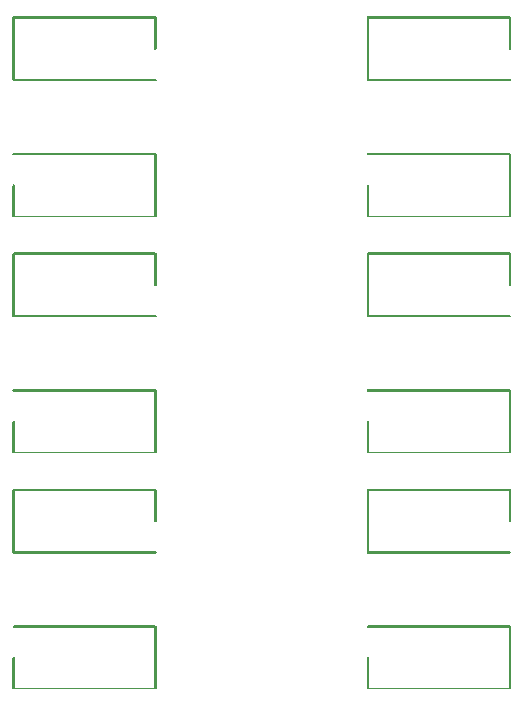
<source format=gbo>
%MOIN*%
%OFA0B0*%
%FSLAX36Y36*%
%IPPOS*%
%LPD*%
G36*
X000764330Y000451733D02*
G01*
X000765546Y000451926D01*
X000766644Y000452484D01*
X000767514Y000453356D01*
X000768074Y000454453D01*
X000768267Y000455670D01*
X000768074Y000456887D01*
X000767514Y000457984D01*
X000766644Y000458854D01*
X000765546Y000459414D01*
X000764330Y000459608D01*
X000291889Y000459608D01*
X000290672Y000459414D01*
X000289574Y000458854D01*
X000288704Y000457984D01*
X000288144Y000456887D01*
X000287952Y000455670D01*
X000288144Y000454453D01*
X000288704Y000453356D01*
X000289574Y000452484D01*
X000290672Y000451926D01*
X000291889Y000451733D01*
X000764330Y000451733D01*
G37*
G36*
X000291889Y000451733D02*
G01*
X000293105Y000451926D01*
X000294203Y000452484D01*
X000295074Y000453356D01*
X000295633Y000454453D01*
X000295826Y000455670D01*
X000295826Y000664330D01*
X000295633Y000665547D01*
X000295074Y000666645D01*
X000294203Y000667517D01*
X000293105Y000668075D01*
X000291889Y000668268D01*
X000290672Y000668075D01*
X000289574Y000667517D01*
X000288704Y000666645D01*
X000288144Y000665547D01*
X000287952Y000664330D01*
X000287952Y000455670D01*
X000288144Y000454453D01*
X000288704Y000453356D01*
X000289574Y000452484D01*
X000290672Y000451926D01*
X000291889Y000451733D01*
G37*
G36*
X000764330Y000660395D02*
G01*
X000765546Y000660587D01*
X000766644Y000661145D01*
X000767514Y000662018D01*
X000768074Y000663114D01*
X000768267Y000664330D01*
X000768074Y000665547D01*
X000767514Y000666645D01*
X000766644Y000667517D01*
X000765546Y000668075D01*
X000764330Y000668268D01*
X000291889Y000668268D01*
X000290672Y000668075D01*
X000289574Y000667517D01*
X000288704Y000666645D01*
X000288144Y000665547D01*
X000287952Y000664330D01*
X000288144Y000663114D01*
X000288704Y000662018D01*
X000289574Y000661145D01*
X000290672Y000660587D01*
X000291889Y000660395D01*
X000764330Y000660395D01*
G37*
G36*
X000764330Y000556064D02*
G01*
X000765546Y000556256D01*
X000766644Y000556816D01*
X000767514Y000557687D01*
X000768074Y000558784D01*
X000768267Y000560000D01*
X000768267Y000664330D01*
X000768074Y000665547D01*
X000767514Y000666645D01*
X000766644Y000667517D01*
X000765546Y000668075D01*
X000764330Y000668268D01*
X000763113Y000668075D01*
X000762015Y000667517D01*
X000761145Y000666645D01*
X000760584Y000665547D01*
X000760393Y000664330D01*
X000760393Y000560000D01*
X000760584Y000558784D01*
X000761145Y000557687D01*
X000762015Y000556816D01*
X000763113Y000556256D01*
X000764330Y000556064D01*
G37*
G36*
X000764330Y000204394D02*
G01*
X000765546Y000204587D01*
X000766644Y000205146D01*
X000767514Y000206018D01*
X000768074Y000207115D01*
X000768267Y000208331D01*
X000768074Y000209548D01*
X000767514Y000210644D01*
X000766644Y000211517D01*
X000765546Y000212076D01*
X000764330Y000212269D01*
X000291889Y000212269D01*
X000290672Y000212076D01*
X000289574Y000211517D01*
X000288704Y000210644D01*
X000288144Y000209548D01*
X000287952Y000208331D01*
X000288144Y000207115D01*
X000288704Y000206018D01*
X000289574Y000205146D01*
X000290672Y000204587D01*
X000291889Y000204394D01*
X000764330Y000204394D01*
G37*
G36*
X000760393Y000000000D02*
G01*
X000768267Y000000000D01*
X000768267Y000208331D01*
X000768074Y000209548D01*
X000767514Y000210644D01*
X000766644Y000211517D01*
X000765546Y000212076D01*
X000764330Y000212269D01*
X000763113Y000212076D01*
X000762015Y000211517D01*
X000761145Y000210644D01*
X000760584Y000209548D01*
X000760393Y000208331D01*
X000760393Y000000000D01*
G37*
G36*
X000288004Y000000000D02*
G01*
X000768215Y000000000D01*
X000768074Y000000887D01*
X000767514Y000001984D01*
X000766644Y000002855D01*
X000765546Y000003414D01*
X000764330Y000003606D01*
X000291889Y000003606D01*
X000290672Y000003414D01*
X000289574Y000002855D01*
X000288704Y000001984D01*
X000288144Y000000887D01*
X000288004Y000000000D01*
G37*
G36*
X000287952Y000000000D02*
G01*
X000295826Y000000000D01*
X000295826Y000104001D01*
X000295633Y000105216D01*
X000295074Y000106314D01*
X000294203Y000107185D01*
X000293105Y000107744D01*
X000291889Y000107937D01*
X000290672Y000107744D01*
X000289574Y000107185D01*
X000288704Y000106314D01*
X000288144Y000105216D01*
X000287952Y000104001D01*
X000287952Y000000000D01*
G37*
G04 next file*
G36*
X001945432Y000451733D02*
G01*
X001946648Y000451926D01*
X001947745Y000452484D01*
X001948617Y000453356D01*
X001949176Y000454453D01*
X001949369Y000455670D01*
X001949176Y000456887D01*
X001948617Y000457984D01*
X001947745Y000458854D01*
X001946648Y000459414D01*
X001945432Y000459608D01*
X001472991Y000459608D01*
X001471774Y000459414D01*
X001470676Y000458854D01*
X001469806Y000457984D01*
X001469246Y000456887D01*
X001469054Y000455670D01*
X001469246Y000454453D01*
X001469806Y000453356D01*
X001470676Y000452484D01*
X001471774Y000451926D01*
X001472991Y000451733D01*
X001945432Y000451733D01*
G37*
G36*
X001472991Y000451733D02*
G01*
X001474207Y000451926D01*
X001475305Y000452484D01*
X001476176Y000453356D01*
X001476735Y000454453D01*
X001476928Y000455670D01*
X001476928Y000664330D01*
X001476735Y000665547D01*
X001476176Y000666645D01*
X001475305Y000667517D01*
X001474207Y000668075D01*
X001472991Y000668268D01*
X001471774Y000668075D01*
X001470676Y000667517D01*
X001469806Y000666645D01*
X001469246Y000665547D01*
X001469054Y000664330D01*
X001469054Y000455670D01*
X001469246Y000454453D01*
X001469806Y000453356D01*
X001470676Y000452484D01*
X001471774Y000451926D01*
X001472991Y000451733D01*
G37*
G36*
X001945432Y000660395D02*
G01*
X001946648Y000660587D01*
X001947745Y000661145D01*
X001948617Y000662018D01*
X001949176Y000663114D01*
X001949369Y000664330D01*
X001949176Y000665547D01*
X001948617Y000666645D01*
X001947745Y000667517D01*
X001946648Y000668075D01*
X001945432Y000668268D01*
X001472991Y000668268D01*
X001471774Y000668075D01*
X001470676Y000667517D01*
X001469806Y000666645D01*
X001469246Y000665547D01*
X001469054Y000664330D01*
X001469246Y000663114D01*
X001469806Y000662018D01*
X001470676Y000661145D01*
X001471774Y000660587D01*
X001472991Y000660395D01*
X001945432Y000660395D01*
G37*
G36*
X001945432Y000556064D02*
G01*
X001946648Y000556256D01*
X001947745Y000556816D01*
X001948617Y000557687D01*
X001949176Y000558784D01*
X001949369Y000560000D01*
X001949369Y000664330D01*
X001949176Y000665547D01*
X001948617Y000666645D01*
X001947745Y000667517D01*
X001946648Y000668075D01*
X001945432Y000668268D01*
X001944215Y000668075D01*
X001943116Y000667517D01*
X001942247Y000666645D01*
X001941687Y000665547D01*
X001941495Y000664330D01*
X001941495Y000560000D01*
X001941687Y000558784D01*
X001942247Y000557687D01*
X001943116Y000556816D01*
X001944215Y000556256D01*
X001945432Y000556064D01*
G37*
G36*
X001945432Y000204394D02*
G01*
X001946648Y000204587D01*
X001947745Y000205146D01*
X001948617Y000206018D01*
X001949176Y000207115D01*
X001949369Y000208331D01*
X001949176Y000209548D01*
X001948617Y000210644D01*
X001947745Y000211517D01*
X001946648Y000212076D01*
X001945432Y000212269D01*
X001472991Y000212269D01*
X001471774Y000212076D01*
X001470676Y000211517D01*
X001469806Y000210644D01*
X001469246Y000209548D01*
X001469054Y000208331D01*
X001469246Y000207115D01*
X001469806Y000206018D01*
X001470676Y000205146D01*
X001471774Y000204587D01*
X001472991Y000204394D01*
X001945432Y000204394D01*
G37*
G36*
X001941495Y000000000D02*
G01*
X001949369Y000000000D01*
X001949369Y000208331D01*
X001949176Y000209548D01*
X001948617Y000210644D01*
X001947745Y000211517D01*
X001946648Y000212076D01*
X001945432Y000212269D01*
X001944215Y000212076D01*
X001943116Y000211517D01*
X001942247Y000210644D01*
X001941687Y000209548D01*
X001941495Y000208331D01*
X001941495Y000000000D01*
G37*
G36*
X001469106Y000000000D02*
G01*
X001949316Y000000000D01*
X001949176Y000000887D01*
X001948617Y000001984D01*
X001947745Y000002855D01*
X001946648Y000003414D01*
X001945432Y000003606D01*
X001472991Y000003606D01*
X001471774Y000003414D01*
X001470676Y000002855D01*
X001469806Y000001984D01*
X001469246Y000000887D01*
X001469106Y000000000D01*
G37*
G36*
X001469054Y000000000D02*
G01*
X001476928Y000000000D01*
X001476928Y000104001D01*
X001476735Y000105216D01*
X001476176Y000106314D01*
X001475305Y000107185D01*
X001474207Y000107744D01*
X001472991Y000107937D01*
X001471774Y000107744D01*
X001470676Y000107185D01*
X001469806Y000106314D01*
X001469246Y000105216D01*
X001469054Y000104001D01*
X001469054Y000000000D01*
G37*
G04 next file*
G36*
X000764330Y001239134D02*
G01*
X000765546Y001239327D01*
X000766644Y001239886D01*
X000767514Y001240757D01*
X000768074Y001241854D01*
X000768267Y001243071D01*
X000768074Y001244288D01*
X000767514Y001245385D01*
X000766644Y001246256D01*
X000765546Y001246816D01*
X000764330Y001247009D01*
X000291889Y001247009D01*
X000290672Y001246816D01*
X000289574Y001246256D01*
X000288704Y001245385D01*
X000288144Y001244288D01*
X000287952Y001243071D01*
X000288144Y001241854D01*
X000288704Y001240757D01*
X000289574Y001239886D01*
X000290672Y001239327D01*
X000291889Y001239134D01*
X000764330Y001239134D01*
G37*
G36*
X000291889Y001239134D02*
G01*
X000293105Y001239327D01*
X000294203Y001239886D01*
X000295074Y001240757D01*
X000295633Y001241854D01*
X000295826Y001243071D01*
X000295826Y001451732D01*
X000295633Y001452949D01*
X000295074Y001454045D01*
X000294203Y001454918D01*
X000293105Y001455477D01*
X000291889Y001455669D01*
X000290672Y001455477D01*
X000289574Y001454918D01*
X000288704Y001454045D01*
X000288144Y001452949D01*
X000287952Y001451732D01*
X000287952Y001243071D01*
X000288144Y001241854D01*
X000288704Y001240757D01*
X000289574Y001239886D01*
X000290672Y001239327D01*
X000291889Y001239134D01*
G37*
G36*
X000764330Y001447796D02*
G01*
X000765546Y001447988D01*
X000766644Y001448547D01*
X000767514Y001449419D01*
X000768074Y001450516D01*
X000768267Y001451732D01*
X000768074Y001452949D01*
X000767514Y001454045D01*
X000766644Y001454918D01*
X000765546Y001455477D01*
X000764330Y001455669D01*
X000291889Y001455669D01*
X000290672Y001455477D01*
X000289574Y001454918D01*
X000288704Y001454045D01*
X000288144Y001452949D01*
X000287952Y001451732D01*
X000288144Y001450516D01*
X000288704Y001449419D01*
X000289574Y001448547D01*
X000290672Y001447988D01*
X000291889Y001447796D01*
X000764330Y001447796D01*
G37*
G36*
X000764330Y001343465D02*
G01*
X000765546Y001343657D01*
X000766644Y001344217D01*
X000767514Y001345088D01*
X000768074Y001346185D01*
X000768267Y001347400D01*
X000768267Y001451732D01*
X000768074Y001452949D01*
X000767514Y001454045D01*
X000766644Y001454918D01*
X000765546Y001455477D01*
X000764330Y001455669D01*
X000763113Y001455477D01*
X000762015Y001454918D01*
X000761145Y001454045D01*
X000760584Y001452949D01*
X000760393Y001451732D01*
X000760393Y001347400D01*
X000760584Y001346185D01*
X000761145Y001345088D01*
X000762015Y001344217D01*
X000763113Y001343657D01*
X000764330Y001343465D01*
G37*
G36*
X000764330Y000991796D02*
G01*
X000765546Y000991988D01*
X000766644Y000992547D01*
X000767514Y000993419D01*
X000768074Y000994516D01*
X000768267Y000995733D01*
X000768074Y000996949D01*
X000767514Y000998046D01*
X000766644Y000998918D01*
X000765546Y000999477D01*
X000764330Y000999670D01*
X000291889Y000999670D01*
X000290672Y000999477D01*
X000289574Y000998918D01*
X000288704Y000998046D01*
X000288144Y000996949D01*
X000287952Y000995733D01*
X000288144Y000994516D01*
X000288704Y000993419D01*
X000289574Y000992547D01*
X000290672Y000991988D01*
X000291889Y000991796D01*
X000764330Y000991796D01*
G37*
G36*
X000760393Y000787401D02*
G01*
X000768267Y000787401D01*
X000768267Y000995733D01*
X000768074Y000996949D01*
X000767514Y000998046D01*
X000766644Y000998918D01*
X000765546Y000999477D01*
X000764330Y000999670D01*
X000763113Y000999477D01*
X000762015Y000998918D01*
X000761145Y000998046D01*
X000760584Y000996949D01*
X000760393Y000995733D01*
X000760393Y000787401D01*
G37*
G36*
X000288004Y000787401D02*
G01*
X000768215Y000787401D01*
X000768074Y000788288D01*
X000767514Y000789386D01*
X000766644Y000790256D01*
X000765546Y000790815D01*
X000764330Y000791008D01*
X000291889Y000791008D01*
X000290672Y000790815D01*
X000289574Y000790256D01*
X000288704Y000789386D01*
X000288144Y000788288D01*
X000288004Y000787401D01*
G37*
G36*
X000287952Y000787401D02*
G01*
X000295826Y000787401D01*
X000295826Y000891402D01*
X000295633Y000892618D01*
X000295074Y000893716D01*
X000294203Y000894587D01*
X000293105Y000895146D01*
X000291889Y000895338D01*
X000290672Y000895146D01*
X000289574Y000894587D01*
X000288704Y000893716D01*
X000288144Y000892618D01*
X000287952Y000891402D01*
X000287952Y000787401D01*
G37*
G04 next file*
G36*
X000764330Y002026536D02*
G01*
X000765546Y002026729D01*
X000766644Y002027288D01*
X000767514Y002028159D01*
X000768074Y002029256D01*
X000768267Y002030473D01*
X000768074Y002031690D01*
X000767514Y002032787D01*
X000766644Y002033658D01*
X000765546Y002034218D01*
X000764330Y002034411D01*
X000291889Y002034411D01*
X000290672Y002034218D01*
X000289574Y002033658D01*
X000288704Y002032787D01*
X000288144Y002031690D01*
X000287952Y002030473D01*
X000288144Y002029256D01*
X000288704Y002028159D01*
X000289574Y002027288D01*
X000290672Y002026729D01*
X000291889Y002026536D01*
X000764330Y002026536D01*
G37*
G36*
X000291889Y002026536D02*
G01*
X000293105Y002026729D01*
X000294203Y002027288D01*
X000295074Y002028159D01*
X000295633Y002029256D01*
X000295826Y002030473D01*
X000295826Y002239134D01*
X000295633Y002240351D01*
X000295074Y002241448D01*
X000294203Y002242320D01*
X000293105Y002242879D01*
X000291889Y002243071D01*
X000290672Y002242879D01*
X000289574Y002242320D01*
X000288704Y002241448D01*
X000288144Y002240351D01*
X000287952Y002239134D01*
X000287952Y002030473D01*
X000288144Y002029256D01*
X000288704Y002028159D01*
X000289574Y002027288D01*
X000290672Y002026729D01*
X000291889Y002026536D01*
G37*
G36*
X000764330Y002235198D02*
G01*
X000765546Y002235390D01*
X000766644Y002235949D01*
X000767514Y002236821D01*
X000768074Y002237918D01*
X000768267Y002239134D01*
X000768074Y002240351D01*
X000767514Y002241448D01*
X000766644Y002242320D01*
X000765546Y002242879D01*
X000764330Y002243071D01*
X000291889Y002243071D01*
X000290672Y002242879D01*
X000289574Y002242320D01*
X000288704Y002241448D01*
X000288144Y002240351D01*
X000287952Y002239134D01*
X000288144Y002237918D01*
X000288704Y002236821D01*
X000289574Y002235949D01*
X000290672Y002235390D01*
X000291889Y002235198D01*
X000764330Y002235198D01*
G37*
G36*
X000764330Y002130867D02*
G01*
X000765546Y002131059D01*
X000766644Y002131619D01*
X000767514Y002132490D01*
X000768074Y002133587D01*
X000768267Y002134803D01*
X000768267Y002239134D01*
X000768074Y002240351D01*
X000767514Y002241448D01*
X000766644Y002242320D01*
X000765546Y002242879D01*
X000764330Y002243071D01*
X000763113Y002242879D01*
X000762015Y002242320D01*
X000761145Y002241448D01*
X000760584Y002240351D01*
X000760393Y002239134D01*
X000760393Y002134803D01*
X000760584Y002133587D01*
X000761145Y002132490D01*
X000762015Y002131619D01*
X000763113Y002131059D01*
X000764330Y002130867D01*
G37*
G36*
X000764330Y001779198D02*
G01*
X000765546Y001779390D01*
X000766644Y001779949D01*
X000767514Y001780821D01*
X000768074Y001781918D01*
X000768267Y001783135D01*
X000768074Y001784351D01*
X000767514Y001785448D01*
X000766644Y001786320D01*
X000765546Y001786879D01*
X000764330Y001787072D01*
X000291889Y001787072D01*
X000290672Y001786879D01*
X000289574Y001786320D01*
X000288704Y001785448D01*
X000288144Y001784351D01*
X000287952Y001783135D01*
X000288144Y001781918D01*
X000288704Y001780821D01*
X000289574Y001779949D01*
X000290672Y001779390D01*
X000291889Y001779198D01*
X000764330Y001779198D01*
G37*
G36*
X000760393Y001574803D02*
G01*
X000768267Y001574803D01*
X000768267Y001783135D01*
X000768074Y001784351D01*
X000767514Y001785448D01*
X000766644Y001786320D01*
X000765546Y001786879D01*
X000764330Y001787072D01*
X000763113Y001786879D01*
X000762015Y001786320D01*
X000761145Y001785448D01*
X000760584Y001784351D01*
X000760393Y001783135D01*
X000760393Y001574803D01*
G37*
G36*
X000288004Y001574803D02*
G01*
X000768215Y001574803D01*
X000768074Y001575690D01*
X000767514Y001576787D01*
X000766644Y001577658D01*
X000765546Y001578217D01*
X000764330Y001578410D01*
X000291889Y001578410D01*
X000290672Y001578217D01*
X000289574Y001577658D01*
X000288704Y001576787D01*
X000288144Y001575690D01*
X000288004Y001574803D01*
G37*
G36*
X000287952Y001574803D02*
G01*
X000295826Y001574803D01*
X000295826Y001678803D01*
X000295633Y001680020D01*
X000295074Y001681118D01*
X000294203Y001681989D01*
X000293105Y001682548D01*
X000291889Y001682740D01*
X000290672Y001682548D01*
X000289574Y001681989D01*
X000288704Y001681118D01*
X000288144Y001680020D01*
X000287952Y001678803D01*
X000287952Y001574803D01*
G37*
G04 next file*
G36*
X001945432Y001239134D02*
G01*
X001946648Y001239327D01*
X001947745Y001239886D01*
X001948617Y001240757D01*
X001949176Y001241854D01*
X001949369Y001243071D01*
X001949176Y001244288D01*
X001948617Y001245385D01*
X001947745Y001246256D01*
X001946648Y001246816D01*
X001945432Y001247009D01*
X001472991Y001247009D01*
X001471774Y001246816D01*
X001470676Y001246256D01*
X001469806Y001245385D01*
X001469246Y001244288D01*
X001469054Y001243071D01*
X001469246Y001241854D01*
X001469806Y001240757D01*
X001470676Y001239886D01*
X001471774Y001239327D01*
X001472991Y001239134D01*
X001945432Y001239134D01*
G37*
G36*
X001472991Y001239134D02*
G01*
X001474207Y001239327D01*
X001475305Y001239886D01*
X001476176Y001240757D01*
X001476735Y001241854D01*
X001476928Y001243071D01*
X001476928Y001451732D01*
X001476735Y001452949D01*
X001476176Y001454045D01*
X001475305Y001454918D01*
X001474207Y001455477D01*
X001472991Y001455669D01*
X001471774Y001455477D01*
X001470676Y001454918D01*
X001469806Y001454045D01*
X001469246Y001452949D01*
X001469054Y001451732D01*
X001469054Y001243071D01*
X001469246Y001241854D01*
X001469806Y001240757D01*
X001470676Y001239886D01*
X001471774Y001239327D01*
X001472991Y001239134D01*
G37*
G36*
X001945432Y001447796D02*
G01*
X001946648Y001447988D01*
X001947745Y001448547D01*
X001948617Y001449419D01*
X001949176Y001450516D01*
X001949369Y001451732D01*
X001949176Y001452949D01*
X001948617Y001454045D01*
X001947745Y001454918D01*
X001946648Y001455477D01*
X001945432Y001455669D01*
X001472991Y001455669D01*
X001471774Y001455477D01*
X001470676Y001454918D01*
X001469806Y001454045D01*
X001469246Y001452949D01*
X001469054Y001451732D01*
X001469246Y001450516D01*
X001469806Y001449419D01*
X001470676Y001448547D01*
X001471774Y001447988D01*
X001472991Y001447796D01*
X001945432Y001447796D01*
G37*
G36*
X001945432Y001343465D02*
G01*
X001946648Y001343657D01*
X001947745Y001344217D01*
X001948617Y001345088D01*
X001949176Y001346185D01*
X001949369Y001347400D01*
X001949369Y001451732D01*
X001949176Y001452949D01*
X001948617Y001454045D01*
X001947745Y001454918D01*
X001946648Y001455477D01*
X001945432Y001455669D01*
X001944215Y001455477D01*
X001943116Y001454918D01*
X001942247Y001454045D01*
X001941687Y001452949D01*
X001941495Y001451732D01*
X001941495Y001347400D01*
X001941687Y001346185D01*
X001942247Y001345088D01*
X001943116Y001344217D01*
X001944215Y001343657D01*
X001945432Y001343465D01*
G37*
G36*
X001945432Y000991796D02*
G01*
X001946648Y000991988D01*
X001947745Y000992547D01*
X001948617Y000993419D01*
X001949176Y000994516D01*
X001949369Y000995733D01*
X001949176Y000996949D01*
X001948617Y000998046D01*
X001947745Y000998918D01*
X001946648Y000999477D01*
X001945432Y000999670D01*
X001472991Y000999670D01*
X001471774Y000999477D01*
X001470676Y000998918D01*
X001469806Y000998046D01*
X001469246Y000996949D01*
X001469054Y000995733D01*
X001469246Y000994516D01*
X001469806Y000993419D01*
X001470676Y000992547D01*
X001471774Y000991988D01*
X001472991Y000991796D01*
X001945432Y000991796D01*
G37*
G36*
X001941495Y000787401D02*
G01*
X001949369Y000787401D01*
X001949369Y000995733D01*
X001949176Y000996949D01*
X001948617Y000998046D01*
X001947745Y000998918D01*
X001946648Y000999477D01*
X001945432Y000999670D01*
X001944215Y000999477D01*
X001943116Y000998918D01*
X001942247Y000998046D01*
X001941687Y000996949D01*
X001941495Y000995733D01*
X001941495Y000787401D01*
G37*
G36*
X001469106Y000787401D02*
G01*
X001949316Y000787401D01*
X001949176Y000788288D01*
X001948617Y000789386D01*
X001947745Y000790256D01*
X001946648Y000790815D01*
X001945432Y000791008D01*
X001472991Y000791008D01*
X001471774Y000790815D01*
X001470676Y000790256D01*
X001469806Y000789386D01*
X001469246Y000788288D01*
X001469106Y000787401D01*
G37*
G36*
X001469054Y000787401D02*
G01*
X001476928Y000787401D01*
X001476928Y000891402D01*
X001476735Y000892618D01*
X001476176Y000893716D01*
X001475305Y000894587D01*
X001474207Y000895146D01*
X001472991Y000895338D01*
X001471774Y000895146D01*
X001470676Y000894587D01*
X001469806Y000893716D01*
X001469246Y000892618D01*
X001469054Y000891402D01*
X001469054Y000787401D01*
G37*
G04 next file*
G36*
X001945432Y002026536D02*
G01*
X001946648Y002026729D01*
X001947745Y002027288D01*
X001948617Y002028159D01*
X001949176Y002029256D01*
X001949369Y002030473D01*
X001949176Y002031690D01*
X001948617Y002032787D01*
X001947745Y002033658D01*
X001946648Y002034218D01*
X001945432Y002034411D01*
X001472991Y002034411D01*
X001471774Y002034218D01*
X001470676Y002033658D01*
X001469806Y002032787D01*
X001469246Y002031690D01*
X001469054Y002030473D01*
X001469246Y002029256D01*
X001469806Y002028159D01*
X001470676Y002027288D01*
X001471774Y002026729D01*
X001472991Y002026536D01*
X001945432Y002026536D01*
G37*
G36*
X001472991Y002026536D02*
G01*
X001474207Y002026729D01*
X001475305Y002027288D01*
X001476176Y002028159D01*
X001476735Y002029256D01*
X001476928Y002030473D01*
X001476928Y002239134D01*
X001476735Y002240351D01*
X001476176Y002241448D01*
X001475305Y002242320D01*
X001474207Y002242879D01*
X001472991Y002243071D01*
X001471774Y002242879D01*
X001470676Y002242320D01*
X001469806Y002241448D01*
X001469246Y002240351D01*
X001469054Y002239134D01*
X001469054Y002030473D01*
X001469246Y002029256D01*
X001469806Y002028159D01*
X001470676Y002027288D01*
X001471774Y002026729D01*
X001472991Y002026536D01*
G37*
G36*
X001945432Y002235198D02*
G01*
X001946648Y002235390D01*
X001947745Y002235949D01*
X001948617Y002236821D01*
X001949176Y002237918D01*
X001949369Y002239134D01*
X001949176Y002240351D01*
X001948617Y002241448D01*
X001947745Y002242320D01*
X001946648Y002242879D01*
X001945432Y002243071D01*
X001472991Y002243071D01*
X001471774Y002242879D01*
X001470676Y002242320D01*
X001469806Y002241448D01*
X001469246Y002240351D01*
X001469054Y002239134D01*
X001469246Y002237918D01*
X001469806Y002236821D01*
X001470676Y002235949D01*
X001471774Y002235390D01*
X001472991Y002235198D01*
X001945432Y002235198D01*
G37*
G36*
X001945432Y002130867D02*
G01*
X001946648Y002131059D01*
X001947745Y002131619D01*
X001948617Y002132490D01*
X001949176Y002133587D01*
X001949369Y002134803D01*
X001949369Y002239134D01*
X001949176Y002240351D01*
X001948617Y002241448D01*
X001947745Y002242320D01*
X001946648Y002242879D01*
X001945432Y002243071D01*
X001944215Y002242879D01*
X001943116Y002242320D01*
X001942247Y002241448D01*
X001941687Y002240351D01*
X001941495Y002239134D01*
X001941495Y002134803D01*
X001941687Y002133587D01*
X001942247Y002132490D01*
X001943116Y002131619D01*
X001944215Y002131059D01*
X001945432Y002130867D01*
G37*
G36*
X001945432Y001779198D02*
G01*
X001946648Y001779390D01*
X001947745Y001779949D01*
X001948617Y001780821D01*
X001949176Y001781918D01*
X001949369Y001783135D01*
X001949176Y001784351D01*
X001948617Y001785448D01*
X001947745Y001786320D01*
X001946648Y001786879D01*
X001945432Y001787072D01*
X001472991Y001787072D01*
X001471774Y001786879D01*
X001470676Y001786320D01*
X001469806Y001785448D01*
X001469246Y001784351D01*
X001469054Y001783135D01*
X001469246Y001781918D01*
X001469806Y001780821D01*
X001470676Y001779949D01*
X001471774Y001779390D01*
X001472991Y001779198D01*
X001945432Y001779198D01*
G37*
G36*
X001941495Y001574803D02*
G01*
X001949369Y001574803D01*
X001949369Y001783135D01*
X001949176Y001784351D01*
X001948617Y001785448D01*
X001947745Y001786320D01*
X001946648Y001786879D01*
X001945432Y001787072D01*
X001944215Y001786879D01*
X001943116Y001786320D01*
X001942247Y001785448D01*
X001941687Y001784351D01*
X001941495Y001783135D01*
X001941495Y001574803D01*
G37*
G36*
X001469106Y001574803D02*
G01*
X001949316Y001574803D01*
X001949176Y001575690D01*
X001948617Y001576787D01*
X001947745Y001577658D01*
X001946648Y001578217D01*
X001945432Y001578410D01*
X001472991Y001578410D01*
X001471774Y001578217D01*
X001470676Y001577658D01*
X001469806Y001576787D01*
X001469246Y001575690D01*
X001469106Y001574803D01*
G37*
G36*
X001469054Y001574803D02*
G01*
X001476928Y001574803D01*
X001476928Y001678803D01*
X001476735Y001680020D01*
X001476176Y001681118D01*
X001475305Y001681989D01*
X001474207Y001682548D01*
X001472991Y001682740D01*
X001471774Y001682548D01*
X001470676Y001681989D01*
X001469806Y001681118D01*
X001469246Y001680020D01*
X001469054Y001678803D01*
X001469054Y001574803D01*
G37*
M02*
</source>
